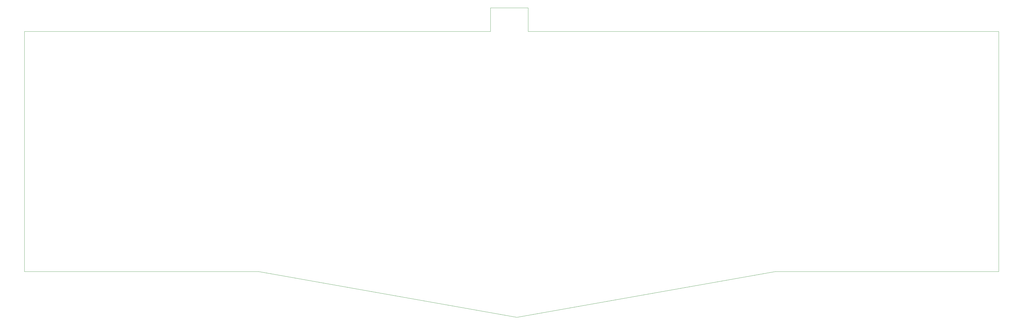
<source format=gm1>
G04 #@! TF.GenerationSoftware,KiCad,Pcbnew,(5.1.4)-1*
G04 #@! TF.CreationDate,2020-11-12T07:58:55-08:00*
G04 #@! TF.ProjectId,ariesuRev2,61726965-7375-4526-9576-322e6b696361,2*
G04 #@! TF.SameCoordinates,Original*
G04 #@! TF.FileFunction,Profile,NP*
%FSLAX46Y46*%
G04 Gerber Fmt 4.6, Leading zero omitted, Abs format (unit mm)*
G04 Created by KiCad (PCBNEW (5.1.4)-1) date 2020-11-12 07:58:55*
%MOMM*%
%LPD*%
G04 APERTURE LIST*
%ADD10C,0.050000*%
G04 APERTURE END LIST*
D10*
X200106928Y-92365885D02*
X200106928Y-100303385D01*
X212806928Y-92365885D02*
X200106928Y-92365885D01*
X212806928Y-100303385D02*
X212806928Y-92365885D01*
X200106928Y-100303385D02*
X42912678Y-100303385D01*
X212806928Y-100303385D02*
X371525178Y-100303385D01*
X371525178Y-181265885D02*
X371525178Y-100303385D01*
X296087178Y-181265885D02*
X371525178Y-181265885D01*
X209028678Y-196632885D02*
X296087178Y-181265885D01*
X121970178Y-181265885D02*
X209028678Y-196632885D01*
X42912678Y-181265885D02*
X121970178Y-181265885D01*
X42912678Y-100303385D02*
X42912678Y-181265885D01*
M02*

</source>
